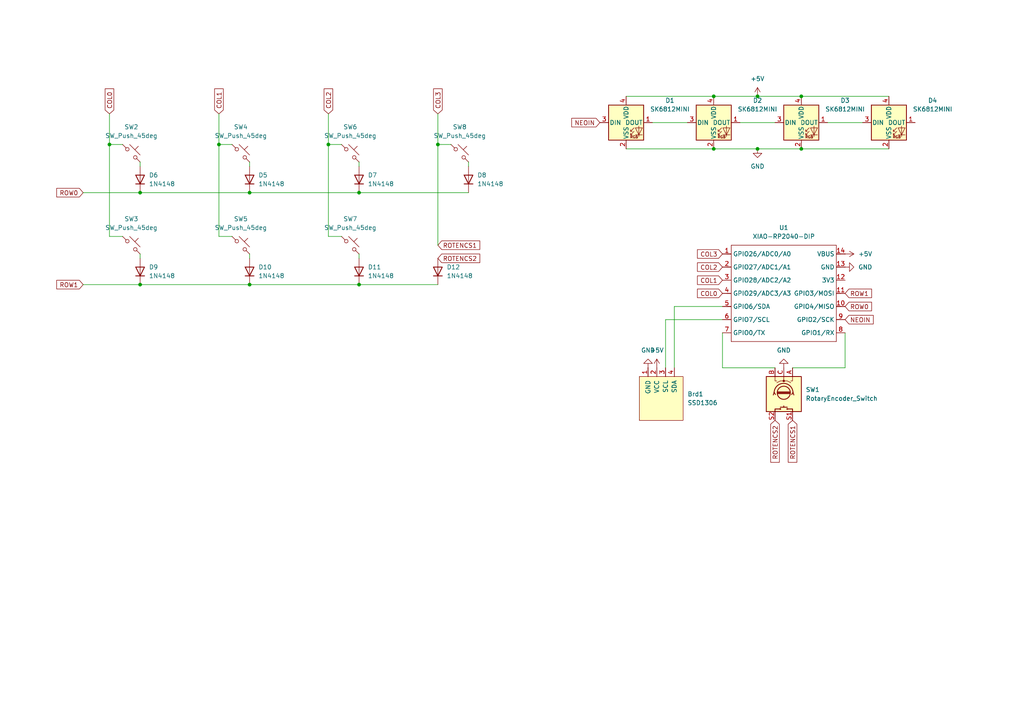
<source format=kicad_sch>
(kicad_sch (version 20250114) (generator "eeschema") (generator_version "9.0")
  (paper "A4")
  (lib_symbols
    (symbol "Device:RotaryEncoder_Switch" (pin_names (offset 0.254) (hide yes))
      (property "Reference" "SW" (at 0 6.604 0))
      (property "Value" "RotaryEncoder_Switch" (at 0 -6.604 0))
      (symbol "RotaryEncoder_Switch_0_1"
        (rectangle (start -5.08 5.08) (end 5.08 -5.08) (stroke (width 0.254)) (fill (type background)))
        (polyline (pts (xy -5.08 2.54) (xy -3.81 2.54) (xy -3.81 2.032)))
        (polyline (pts (xy -5.08 0) (xy -3.81 0) (xy -3.81 -1.016) (xy -3.302 -2.032)))
        (polyline (pts (xy -5.08 -2.54) (xy -3.81 -2.54) (xy -3.81 -2.032)))
        (polyline (pts (xy -4.318 0) (xy -3.81 0) (xy -3.81 1.016) (xy -3.302 2.032)))
        (circle (center -3.81 0) (radius 0.254) (fill (type outline)))
        (polyline (pts (xy -0.635 -1.778) (xy -0.635 1.778)) (stroke (width 0.254)))
        (circle (center -0.381 0) (radius 1.905) (stroke (width 0.254)))
        (polyline (pts (xy -0.381 -1.778) (xy -0.381 1.778)) (stroke (width 0.254)))
        (arc (start -0.381 -2.794) (mid -3.0988 -0.0635) (end -0.381 2.667) (stroke (width 0.254)))
        (polyline (pts (xy -0.127 1.778) (xy -0.127 -1.778)) (stroke (width 0.254)))
        (polyline (pts (xy 0.254 2.921) (xy -0.508 2.667) (xy 0.127 2.286)) (stroke (width 0.254)))
        (polyline (pts (xy 0.254 -3.048) (xy -0.508 -2.794) (xy 0.127 -2.413)) (stroke (width 0.254)))
        (polyline (pts (xy 3.81 1.016) (xy 3.81 -1.016)) (stroke (width 0.254)))
        (polyline (pts (xy 3.81 0) (xy 3.429 0)) (stroke (width 0.254)))
        (circle (center 4.318 1.016) (radius 0.127) (stroke (width 0.254)))
        (circle (center 4.318 -1.016) (radius 0.127) (stroke (width 0.254)))
        (polyline (pts (xy 5.08 2.54) (xy 4.318 2.54) (xy 4.318 1.016)) (stroke (width 0.254)))
        (polyline (pts (xy 5.08 -2.54) (xy 4.318 -2.54) (xy 4.318 -1.016)) (stroke (width 0.254)))
      )
      (symbol "RotaryEncoder_Switch_1_1"
        (pin passive line (at -7.62 2.54 0) (length 2.54) (name "A") (number "A"))
        (pin passive line (at -7.62 0 0) (length 2.54) (name "C") (number "C"))
        (pin passive line (at -7.62 -2.54 0) (length 2.54) (name "B") (number "B"))
        (pin passive line (at 7.62 2.54 180) (length 2.54) (name "S1") (number "S1"))
        (pin passive line (at 7.62 -2.54 180) (length 2.54) (name "S2") (number "S2"))
      )
    )
    (symbol "Diode:1N4148" (pin_numbers (hide yes)) (pin_names (hide yes))
      (property "Reference" "D" (at 0 2.54 0))
      (property "Value" "1N4148" (at 0 -2.54 0))
      (symbol "1N4148_0_1"
        (polyline (pts (xy -1.27 1.27) (xy -1.27 -1.27)) (stroke (width 0.254)))
        (polyline (pts (xy 1.27 1.27) (xy 1.27 -1.27) (xy -1.27 0) (xy 1.27 1.27)) (stroke (width 0.254)))
        (polyline (pts (xy 1.27 0) (xy -1.27 0)))
      )
      (symbol "1N4148_1_1"
        (pin passive line (at -3.81 0 0) (length 2.54) (name "K") (number "1"))
        (pin passive line (at 3.81 0 180) (length 2.54) (name "A") (number "2"))
      )
    )
    (symbol "LED:SK6812MINI" (pin_names (offset 0.254))
      (property "Reference" "D" (at 5.08 5.715 0))
      (property "Value" "SK6812MINI" (at 1.27 -5.715 0))
      (symbol "SK6812MINI_0_0"
        (text "RGB" (at 2.286 -4.191 0) (effects (font (size 0.762 0.762))))
      )
      (symbol "SK6812MINI_0_1"
        (polyline (pts (xy 1.27 -2.54) (xy 1.778 -2.54)))
        (polyline (pts (xy 1.27 -3.556) (xy 1.778 -3.556)))
        (polyline (pts (xy 2.286 -1.524) (xy 1.27 -2.54) (xy 1.27 -2.032)))
        (polyline (pts (xy 2.286 -2.54) (xy 1.27 -3.556) (xy 1.27 -3.048)))
        (polyline (pts (xy 3.683 -1.016) (xy 3.683 -3.556) (xy 3.683 -4.064)))
        (polyline (pts (xy 4.699 -1.524) (xy 2.667 -1.524) (xy 3.683 -3.556) (xy 4.699 -1.524)))
        (polyline (pts (xy 4.699 -3.556) (xy 2.667 -3.556)))
        (rectangle (start 5.08 5.08) (end -5.08 -5.08) (stroke (width 0.254)) (fill (type background)))
      )
      (symbol "SK6812MINI_1_1"
        (pin input line (at -7.62 0 0) (length 2.54) (name "DIN") (number "3"))
        (pin power_in line (at 0 7.62 270) (length 2.54) (name "VDD") (number "4"))
        (pin power_in line (at 0 -7.62 90) (length 2.54) (name "VSS") (number "2"))
        (pin output line (at 7.62 0 180) (length 2.54) (name "DOUT") (number "1"))
      )
    )
    (symbol "OPL Library:XIAO-RP2040-DIP"
      (property "Reference" "U" (at 0 0 0))
      (property "Value" "XIAO-RP2040-DIP" (at 5.334 -1.778 0))
      (symbol "XIAO-RP2040-DIP_1_0"
        (polyline (pts (xy -1.27 -2.54) (xy 29.21 -2.54)) (stroke (width 0.1524)))
        (polyline (pts (xy -1.27 -5.08) (xy -2.54 -5.08)) (stroke (width 0.1524)))
        (polyline (pts (xy -1.27 -5.08) (xy -1.27 -2.54)) (stroke (width 0.1524)))
        (polyline (pts (xy -1.27 -8.89) (xy -2.54 -8.89)) (stroke (width 0.1524)))
        (polyline (pts (xy -1.27 -8.89) (xy -1.27 -5.08)) (stroke (width 0.1524)))
        (polyline (pts (xy -1.27 -12.7) (xy -2.54 -12.7)) (stroke (width 0.1524)))
        (polyline (pts (xy -1.27 -12.7) (xy -1.27 -8.89)) (stroke (width 0.1524)))
        (polyline (pts (xy -1.27 -16.51) (xy -2.54 -16.51)) (stroke (width 0.1524)))
        (polyline (pts (xy -1.27 -16.51) (xy -1.27 -12.7)) (stroke (width 0.1524)))
        (polyline (pts (xy -1.27 -20.32) (xy -2.54 -20.32)) (stroke (width 0.1524)))
        (polyline (pts (xy -1.27 -24.13) (xy -2.54 -24.13)) (stroke (width 0.1524)))
        (polyline (pts (xy -1.27 -27.94) (xy -2.54 -27.94)) (stroke (width 0.1524)))
        (polyline (pts (xy -1.27 -30.48) (xy -1.27 -16.51)) (stroke (width 0.1524)))
        (polyline (pts (xy 29.21 -2.54) (xy 29.21 -5.08)) (stroke (width 0.1524)))
        (polyline (pts (xy 29.21 -5.08) (xy 29.21 -8.89)) (stroke (width 0.1524)))
        (polyline (pts (xy 29.21 -8.89) (xy 29.21 -12.7)) (stroke (width 0.1524)))
        (polyline (pts (xy 29.21 -12.7) (xy 29.21 -30.48)) (stroke (width 0.1524)))
        (polyline (pts (xy 29.21 -30.48) (xy -1.27 -30.48)) (stroke (width 0.1524)))
        (polyline (pts (xy 30.48 -5.08) (xy 29.21 -5.08)) (stroke (width 0.1524)))
        (polyline (pts (xy 30.48 -8.89) (xy 29.21 -8.89)) (stroke (width 0.1524)))
        (polyline (pts (xy 30.48 -12.7) (xy 29.21 -12.7)) (stroke (width 0.1524)))
        (polyline (pts (xy 30.48 -16.51) (xy 29.21 -16.51)) (stroke (width 0.1524)))
        (polyline (pts (xy 30.48 -20.32) (xy 29.21 -20.32)) (stroke (width 0.1524)))
        (polyline (pts (xy 30.48 -24.13) (xy 29.21 -24.13)) (stroke (width 0.1524)))
        (polyline (pts (xy 30.48 -27.94) (xy 29.21 -27.94)) (stroke (width 0.1524)))
        (pin passive line (at -3.81 -5.08 0) (length 2.54) (name "GPIO26/ADC0/A0") (number "1"))
        (pin passive line (at -3.81 -8.89 0) (length 2.54) (name "GPIO27/ADC1/A1") (number "2"))
        (pin passive line (at -3.81 -12.7 0) (length 2.54) (name "GPIO28/ADC2/A2") (number "3"))
        (pin passive line (at -3.81 -16.51 0) (length 2.54) (name "GPIO29/ADC3/A3") (number "4"))
        (pin passive line (at -3.81 -20.32 0) (length 2.54) (name "GPIO6/SDA") (number "5"))
        (pin passive line (at -3.81 -24.13 0) (length 2.54) (name "GPIO7/SCL") (number "6"))
        (pin passive line (at -3.81 -27.94 0) (length 2.54) (name "GPIO0/TX") (number "7"))
        (pin passive line (at 31.75 -5.08 180) (length 2.54) (name "VBUS") (number "14"))
        (pin passive line (at 31.75 -8.89 180) (length 2.54) (name "GND") (number "13"))
        (pin passive line (at 31.75 -12.7 180) (length 2.54) (name "3V3") (number "12"))
        (pin passive line (at 31.75 -16.51 180) (length 2.54) (name "GPIO3/MOSI") (number "11"))
        (pin passive line (at 31.75 -20.32 180) (length 2.54) (name "GPIO4/MISO") (number "10"))
        (pin passive line (at 31.75 -24.13 180) (length 2.54) (name "GPIO2/SCK") (number "9"))
        (pin passive line (at 31.75 -27.94 180) (length 2.54) (name "GPIO1/RX") (number "8"))
      )
    )
    (symbol "SSD1306-128x64_OLED:SSD1306" (pin_names (offset 1.016))
      (property "Reference" "Brd" (at 0 -3.81 0))
      (property "Value" "SSD1306" (at 0 -1.27 0))
      (symbol "SSD1306_0_1"
        (rectangle (start -6.35 6.35) (end 6.35 -6.35) (fill (type background)))
      )
      (symbol "SSD1306_1_1"
        (pin input line (at -3.81 8.89 270) (length 2.54) (name "GND") (number "1"))
        (pin input line (at -1.27 8.89 270) (length 2.54) (name "VCC") (number "2"))
        (pin input line (at 1.27 8.89 270) (length 2.54) (name "SCL") (number "3"))
        (pin input line (at 3.81 8.89 270) (length 2.54) (name "SDA") (number "4"))
      )
    )
    (symbol "Switch:SW_Push_45deg" (pin_numbers (hide yes)) (pin_names (offset 1.016) (hide yes))
      (property "Reference" "SW" (at 3.048 1.016 0))
      (property "Value" "SW_Push_45deg" (at 0 -3.81 0))
      (symbol "SW_Push_45deg_0_1"
        (polyline (pts (xy -2.54 2.54) (xy -1.524 1.524) (xy -1.524 1.524)))
        (circle (center -1.1684 1.1684) (radius 0.508))
        (polyline (pts (xy -0.508 2.54) (xy 2.54 -0.508)))
        (polyline (pts (xy 1.016 1.016) (xy 2.032 2.032)))
        (circle (center 1.143 -1.1938) (radius 0.508))
        (polyline (pts (xy 1.524 -1.524) (xy 2.54 -2.54) (xy 2.54 -2.54) (xy 2.54 -2.54)))
        (pin passive line (at -2.54 2.54 0) (length 0) (name "1") (number "1"))
        (pin passive line (at 2.54 -2.54 180) (length 0) (name "2") (number "2"))
      )
    )
    (symbol "power:+5V" (power) (pin_numbers (hide yes)) (pin_names (offset 0) (hide yes))
      (property "Value" "+5V" (at 0 3.556 0))
      (symbol "+5V_0_1"
        (polyline (pts (xy -0.762 1.27) (xy 0 2.54)))
        (polyline (pts (xy 0 2.54) (xy 0.762 1.27)))
        (polyline (pts (xy 0 0) (xy 0 2.54)))
      )
      (symbol "+5V_1_1"
        (pin power_in line (at 0 0 90) (length 0) (name "~") (number "1"))
      )
    )
    (symbol "power:GND" (power) (pin_numbers (hide yes)) (pin_names (offset 0) (hide yes))
      (property "Value" "GND" (at 0 -3.81 0))
      (symbol "GND_0_1"
        (polyline (pts (xy 0 0) (xy 0 -1.27) (xy 1.27 -1.27) (xy 0 -2.54) (xy -1.27 -1.27) (xy 0 -1.27)))
      )
      (symbol "GND_1_1"
        (pin power_in line (at 0 0 270) (length 0) (name "~") (number "1"))
      )
    )
  )
  (junction (at 207.01 27.94))
  (junction (at 127 41.91))
  (junction (at 104.14 82.55))
  (junction (at 95.25 41.91))
  (junction (at 104.14 55.88))
  (junction (at 40.64 55.88))
  (junction (at 219.71 43.18))
  (junction (at 232.41 27.94))
  (junction (at 219.71 27.94))
  (junction (at 31.75 41.91))
  (junction (at 40.64 82.55))
  (junction (at 207.01 43.18))
  (junction (at 232.41 43.18))
  (junction (at 72.39 55.88))
  (junction (at 72.39 82.55))
  (junction (at 63.5 41.91))
  (wire (pts (xy 209.55 106.68) (xy 209.55 96.52)))
  (wire (pts (xy 40.64 82.55) (xy 72.39 82.55)))
  (wire (pts (xy 195.58 106.68) (xy 195.58 88.9)))
  (wire (pts (xy 72.39 55.88) (xy 104.14 55.88)))
  (wire (pts (xy 127 33.02) (xy 127 41.91)))
  (wire (pts (xy 127 41.91) (xy 127 71.12)))
  (wire (pts (xy 193.04 106.68) (xy 193.04 92.71)))
  (wire (pts (xy 31.75 33.02) (xy 31.75 41.91)))
  (wire (pts (xy 99.06 68.58) (xy 95.25 68.58)))
  (wire (pts (xy 104.14 55.88) (xy 135.89 55.88)))
  (wire (pts (xy 40.64 46.99) (xy 40.64 48.26)))
  (wire (pts (xy 95.25 68.58) (xy 95.25 41.91)))
  (wire (pts (xy 195.58 88.9) (xy 209.55 88.9)))
  (wire (pts (xy 63.5 68.58) (xy 67.31 68.58)))
  (wire (pts (xy 135.89 46.99) (xy 135.89 48.26)))
  (wire (pts (xy 240.03 35.56) (xy 250.19 35.56)))
  (wire (pts (xy 40.64 55.88) (xy 72.39 55.88)))
  (wire (pts (xy 63.5 33.02) (xy 63.5 41.91)))
  (wire (pts (xy 130.81 41.91) (xy 127 41.91)))
  (wire (pts (xy 245.11 106.68) (xy 245.11 96.52)))
  (wire (pts (xy 104.14 46.99) (xy 104.14 48.26)))
  (wire (pts (xy 224.79 106.68) (xy 209.55 106.68)))
  (wire (pts (xy 72.39 73.66) (xy 72.39 74.93)))
  (wire (pts (xy 40.64 73.66) (xy 40.64 74.93)))
  (wire (pts (xy 207.01 43.18) (xy 219.71 43.18)))
  (wire (pts (xy 104.14 73.66) (xy 104.14 74.93)))
  (wire (pts (xy 24.13 82.55) (xy 40.64 82.55)))
  (wire (pts (xy 214.63 35.56) (xy 224.79 35.56)))
  (wire (pts (xy 72.39 82.55) (xy 104.14 82.55)))
  (wire (pts (xy 63.5 41.91) (xy 63.5 68.58)))
  (wire (pts (xy 219.71 43.18) (xy 232.41 43.18)))
  (wire (pts (xy 229.87 106.68) (xy 245.11 106.68)))
  (wire (pts (xy 72.39 46.99) (xy 72.39 48.26)))
  (wire (pts (xy 232.41 43.18) (xy 257.81 43.18)))
  (wire (pts (xy 181.61 43.18) (xy 207.01 43.18)))
  (wire (pts (xy 181.61 27.94) (xy 207.01 27.94)))
  (wire (pts (xy 219.71 27.94) (xy 232.41 27.94)))
  (wire (pts (xy 232.41 27.94) (xy 257.81 27.94)))
  (wire (pts (xy 31.75 68.58) (xy 31.75 41.91)))
  (wire (pts (xy 193.04 92.71) (xy 209.55 92.71)))
  (wire (pts (xy 35.56 68.58) (xy 31.75 68.58)))
  (wire (pts (xy 104.14 82.55) (xy 127 82.55)))
  (wire (pts (xy 67.31 41.91) (xy 63.5 41.91)))
  (wire (pts (xy 95.25 33.02) (xy 95.25 41.91)))
  (wire (pts (xy 31.75 41.91) (xy 35.56 41.91)))
  (wire (pts (xy 207.01 27.94) (xy 219.71 27.94)))
  (wire (pts (xy 24.13 55.88) (xy 40.64 55.88)))
  (wire (pts (xy 95.25 41.91) (xy 99.06 41.91)))
  (wire (pts (xy 189.23 35.56) (xy 199.39 35.56)))
  (global_label "COL2" (shape input) (at 209.55 77.47 180) (property "Intersheetrefs" "${INTERSHEET_REFS}" (effects (hide yes))))
  (global_label "ROW0" (shape input) (at 24.13 55.88 180) (property "Intersheetrefs" "${INTERSHEET_REFS}" (effects (hide yes))))
  (global_label "NEOIN" (shape input) (at 245.11 92.71 0) (property "Intersheetrefs" "${INTERSHEET_REFS}" (effects (hide yes))))
  (global_label "ROTENCS1" (shape input) (at 127 71.12 0) (property "Intersheetrefs" "${INTERSHEET_REFS}" (effects (hide yes))))
  (global_label "COL0" (shape input) (at 31.75 33.02 90) (property "Intersheetrefs" "${INTERSHEET_REFS}" (effects (hide yes))))
  (global_label "ROW0" (shape input) (at 245.11 88.9 0) (property "Intersheetrefs" "${INTERSHEET_REFS}" (effects (hide yes))))
  (global_label "COL3" (shape input) (at 127 33.02 90) (property "Intersheetrefs" "${INTERSHEET_REFS}" (effects (hide yes))))
  (global_label "ROTENCS2" (shape input) (at 127 74.93 0) (property "Intersheetrefs" "${INTERSHEET_REFS}" (effects (hide yes))))
  (global_label "COL1" (shape input) (at 209.55 81.28 180) (property "Intersheetrefs" "${INTERSHEET_REFS}" (effects (hide yes))))
  (global_label "COL3" (shape input) (at 209.55 73.66 180) (property "Intersheetrefs" "${INTERSHEET_REFS}" (effects (hide yes))))
  (global_label "ROW1" (shape input) (at 24.13 82.55 180) (property "Intersheetrefs" "${INTERSHEET_REFS}" (effects (hide yes))))
  (global_label "ROTENCS1" (shape input) (at 229.87 121.92 270) (property "Intersheetrefs" "${INTERSHEET_REFS}" (effects (hide yes))))
  (global_label "COL1" (shape input) (at 63.5 33.02 90) (property "Intersheetrefs" "${INTERSHEET_REFS}" (effects (hide yes))))
  (global_label "ROTENCS2" (shape input) (at 224.79 121.92 270) (property "Intersheetrefs" "${INTERSHEET_REFS}" (effects (hide yes))))
  (global_label "COL2" (shape input) (at 95.25 33.02 90) (property "Intersheetrefs" "${INTERSHEET_REFS}" (effects (hide yes))))
  (global_label "COL0" (shape input) (at 209.55 85.09 180) (property "Intersheetrefs" "${INTERSHEET_REFS}" (effects (hide yes))))
  (global_label "NEOIN" (shape input) (at 173.99 35.56 180) (property "Intersheetrefs" "${INTERSHEET_REFS}" (effects (hide yes))))
  (global_label "ROW1" (shape input) (at 245.11 85.09 0) (property "Intersheetrefs" "${INTERSHEET_REFS}" (effects (hide yes))))
  (symbol (lib_id "power:+5V") (at 245.11 73.66 270) (unit 1)
    (property "Reference" "#PWR01" (effects (hide yes)))
    (property "Value" "+5V" (at 248.92 73.6599 90) (effects (justify left)))
    (property "Description" "Power symbol creates a global label with name \"+5V\"" (effects (hide yes)))
  )
  (symbol (lib_id "Device:RotaryEncoder_Switch") (at 227.33 114.3 270) (unit 1)
    (property "Reference" "SW1" (at 233.68 113.0299 90) (effects (justify left)))
    (property "Value" "RotaryEncoder_Switch" (at 233.68 115.5699 90) (effects (justify left)))
    (property "Footprint" "Rotary_Encoder:RotaryEncoder_Alps_EC11E-Switch_Vertical_H20mm" (effects (hide yes)))
    (property "Datasheet" "https://mm.digikey.com/Volume0/opasdata/d220001/medias/docus/6727/alps_alps-s-a0008379064-1-1733314-1-13.pdf" (effects (hide yes)))
    (property "Description" "Rotary encoder, dual channel, incremental quadrate outputs, with switch" (effects (hide yes)))
  )
  (symbol (lib_id "power:GND") (at 245.11 77.47 90) (unit 1)
    (property "Reference" "#PWR03" (effects (hide yes)))
    (property "Value" "GND" (at 248.92 77.4699 90) (effects (justify right)))
    (property "Description" "Power symbol creates a global label with name \"GND\" , ground" (effects (hide yes)))
  )
  (symbol (lib_id "Diode:1N4148") (at 40.64 52.07 90) (unit 1)
    (property "Reference" "D6" (at 43.18 50.7999 90) (effects (justify right)))
    (property "Value" "1N4148" (at 43.18 53.3399 90) (effects (justify right)))
    (property "Footprint" "Diode_THT:D_DO-35_SOD27_P7.62mm_Horizontal" (effects (hide yes)))
    (property "Datasheet" "https://assets.nexperia.com/documents/data-sheet/1N4148_1N4448.pdf" (effects (hide yes)))
    (property "Description" "100V 0.15A standard switching diode, DO-35" (effects (hide yes)))
    (property "Sim.Device" "D" (effects (hide yes)))
    (property "Sim.Pins" "1=K 2=A" (effects (hide yes)))
  )
  (symbol (lib_id "power:GND") (at 227.33 106.68 180) (unit 1)
    (property "Reference" "#PWR07" (effects (hide yes)))
    (property "Value" "GND" (at 227.33 101.6 0))
    (property "Description" "Power symbol creates a global label with name \"GND\" , ground" (effects (hide yes)))
  )
  (symbol (lib_id "Switch:SW_Push_45deg") (at 38.1 71.12 0) (unit 1)
    (property "Reference" "SW3" (at 38.1 63.5 0))
    (property "Value" "SW_Push_45deg" (at 38.1 66.04 0))
    (property "Footprint" "Button_Switch_Keyboard:SW_Cherry_MX_1.00u_PCB" (effects (hide yes)))
    (property "Description" "Push button switch, normally open, two pins, 45° tilted" (effects (hide yes)))
  )
  (symbol (lib_id "LED:SK6812MINI") (at 181.61 35.56 0) (unit 1)
    (property "Reference" "D1" (at 194.31 29.1398 0))
    (property "Value" "SK6812MINI" (at 194.31 31.6798 0))
    (property "Footprint" "LED_SMD:LED_SK6812MINI_PLCC4_3.5x3.5mm_P1.75mm" (effects (hide yes)))
    (property "Datasheet" "https://cdn-shop.adafruit.com/product-files/2686/SK6812MINI_REV.01-1-2.pdf" (effects (hide yes)))
    (property "Description" "RGB LED with integrated controller" (effects (hide yes)))
  )
  (symbol (lib_id "LED:SK6812MINI") (at 232.41 35.56 0) (unit 1)
    (property "Reference" "D3" (at 245.11 29.1398 0))
    (property "Value" "SK6812MINI" (at 245.11 31.6798 0))
    (property "Footprint" "LED_SMD:LED_SK6812MINI_PLCC4_3.5x3.5mm_P1.75mm" (effects (hide yes)))
    (property "Datasheet" "https://cdn-shop.adafruit.com/product-files/2686/SK6812MINI_REV.01-1-2.pdf" (effects (hide yes)))
    (property "Description" "RGB LED with integrated controller" (effects (hide yes)))
  )
  (symbol (lib_id "Switch:SW_Push_45deg") (at 101.6 44.45 0) (unit 1)
    (property "Reference" "SW6" (at 101.6 36.83 0))
    (property "Value" "SW_Push_45deg" (at 101.6 39.37 0))
    (property "Footprint" "Button_Switch_Keyboard:SW_Cherry_MX_1.00u_PCB" (effects (hide yes)))
    (property "Description" "Push button switch, normally open, two pins, 45° tilted" (effects (hide yes)))
  )
  (symbol (lib_id "Diode:1N4148") (at 72.39 78.74 90) (unit 1)
    (property "Reference" "D10" (at 74.93 77.4699 90) (effects (justify right)))
    (property "Value" "1N4148" (at 74.93 80.0099 90) (effects (justify right)))
    (property "Footprint" "Diode_THT:D_DO-35_SOD27_P7.62mm_Horizontal" (effects (hide yes)))
    (property "Datasheet" "https://assets.nexperia.com/documents/data-sheet/1N4148_1N4448.pdf" (effects (hide yes)))
    (property "Description" "100V 0.15A standard switching diode, DO-35" (effects (hide yes)))
    (property "Sim.Device" "D" (effects (hide yes)))
    (property "Sim.Pins" "1=K 2=A" (effects (hide yes)))
  )
  (symbol (lib_id "Diode:1N4148") (at 127 78.74 90) (unit 1)
    (property "Reference" "D12" (at 129.54 77.4699 90) (effects (justify right)))
    (property "Value" "1N4148" (at 129.54 80.0099 90) (effects (justify right)))
    (property "Footprint" "Diode_THT:D_DO-35_SOD27_P7.62mm_Horizontal" (effects (hide yes)))
    (property "Datasheet" "https://assets.nexperia.com/documents/data-sheet/1N4148_1N4448.pdf" (effects (hide yes)))
    (property "Description" "100V 0.15A standard switching diode, DO-35" (effects (hide yes)))
    (property "Sim.Device" "D" (effects (hide yes)))
    (property "Sim.Pins" "1=K 2=A" (effects (hide yes)))
  )
  (symbol (lib_id "Switch:SW_Push_45deg") (at 101.6 71.12 0) (unit 1)
    (property "Reference" "SW7" (at 101.6 63.5 0))
    (property "Value" "SW_Push_45deg" (at 101.6 66.04 0))
    (property "Footprint" "Button_Switch_Keyboard:SW_Cherry_MX_1.00u_PCB" (effects (hide yes)))
    (property "Description" "Push button switch, normally open, two pins, 45° tilted" (effects (hide yes)))
  )
  (symbol (lib_id "LED:SK6812MINI") (at 257.81 35.56 0) (unit 1)
    (property "Reference" "D4" (at 270.51 29.1398 0))
    (property "Value" "SK6812MINI" (at 270.51 31.6798 0))
    (property "Footprint" "LED_SMD:LED_SK6812MINI_PLCC4_3.5x3.5mm_P1.75mm" (effects (hide yes)))
    (property "Datasheet" "https://cdn-shop.adafruit.com/product-files/2686/SK6812MINI_REV.01-1-2.pdf" (effects (hide yes)))
    (property "Description" "RGB LED with integrated controller" (effects (hide yes)))
  )
  (symbol (lib_id "OPL Library:XIAO-RP2040-DIP") (at 213.36 68.58 0) (unit 1)
    (property "Reference" "U1" (at 227.33 66.04 0))
    (property "Value" "XIAO-RP2040-DIP" (at 227.33 68.58 0))
    (property "Footprint" "Seeed Studio XIAO Series Library:XIAO-RP2040-DIP" (effects (hide yes)))
    (property "Datasheet" "https://files.seeedstudio.com/wiki/XIAO-RP2040/res/rp2040_datasheet.pdf" (effects (hide yes)))
  )
  (symbol (lib_id "Switch:SW_Push_45deg") (at 38.1 44.45 0) (unit 1)
    (property "Reference" "SW2" (at 38.1 36.83 0))
    (property "Value" "SW_Push_45deg" (at 38.1 39.37 0))
    (property "Footprint" "Button_Switch_Keyboard:SW_Cherry_MX_1.00u_PCB" (effects (hide yes)))
    (property "Description" "Push button switch, normally open, two pins, 45° tilted" (effects (hide yes)))
  )
  (symbol (lib_id "Switch:SW_Push_45deg") (at 69.85 44.45 0) (unit 1)
    (property "Reference" "SW4" (at 69.85 36.83 0))
    (property "Value" "SW_Push_45deg" (at 69.85 39.37 0))
    (property "Footprint" "Button_Switch_Keyboard:SW_Cherry_MX_1.00u_PCB" (effects (hide yes)))
    (property "Description" "Push button switch, normally open, two pins, 45° tilted" (effects (hide yes)))
  )
  (symbol (lib_id "Switch:SW_Push_45deg") (at 133.35 44.45 0) (unit 1)
    (property "Reference" "SW8" (at 133.35 36.83 0))
    (property "Value" "SW_Push_45deg" (at 133.35 39.37 0))
    (property "Footprint" "Button_Switch_Keyboard:SW_Cherry_MX_1.00u_PCB" (effects (hide yes)))
    (property "Description" "Push button switch, normally open, two pins, 45° tilted" (effects (hide yes)))
  )
  (symbol (lib_id "Diode:1N4148") (at 135.89 52.07 90) (unit 1)
    (property "Reference" "D8" (at 138.43 50.7999 90) (effects (justify right)))
    (property "Value" "1N4148" (at 138.43 53.3399 90) (effects (justify right)))
    (property "Footprint" "Diode_THT:D_DO-35_SOD27_P7.62mm_Horizontal" (effects (hide yes)))
    (property "Datasheet" "https://assets.nexperia.com/documents/data-sheet/1N4148_1N4448.pdf" (effects (hide yes)))
    (property "Description" "100V 0.15A standard switching diode, DO-35" (effects (hide yes)))
    (property "Sim.Device" "D" (effects (hide yes)))
    (property "Sim.Pins" "1=K 2=A" (effects (hide yes)))
  )
  (symbol (lib_id "power:+5V") (at 219.71 27.94 0) (unit 1)
    (property "Reference" "#PWR05" (effects (hide yes)))
    (property "Value" "+5V" (at 219.71 22.86 0))
    (property "Description" "Power symbol creates a global label with name \"+5V\"" (effects (hide yes)))
  )
  (symbol (lib_id "power:GND") (at 187.96 106.68 180) (unit 1)
    (property "Reference" "#PWR02" (effects (hide yes)))
    (property "Value" "GND" (at 187.96 101.6 0))
    (property "Description" "Power symbol creates a global label with name \"GND\" , ground" (effects (hide yes)))
  )
  (symbol (lib_id "power:+5V") (at 190.5 106.68 0) (unit 1)
    (property "Reference" "#PWR04" (effects (hide yes)))
    (property "Value" "+5V" (at 190.5 101.6 0))
    (property "Description" "Power symbol creates a global label with name \"+5V\"" (effects (hide yes)))
  )
  (symbol (lib_id "SSD1306-128x64_OLED:SSD1306") (at 191.77 115.57 0) (unit 1)
    (property "Reference" "Brd1" (at 199.39 114.2999 0) (effects (justify left)))
    (property "Value" "SSD1306" (at 199.39 116.8399 0) (effects (justify left)))
    (property "Footprint" "KiCad-SSD1306-0.91-OLED-4pin-128x32:SSD1306-0.91-OLED-4pin-128x32" (effects (hide yes)))
    (property "Datasheet" "https://www.buydisplay.com/download/manual/ER-OLEDM0.91-1_Datasheet.pdf" (effects (hide yes)))
    (property "Description" "SSD1306 OLED" (effects (hide yes)))
  )
  (symbol (lib_id "Diode:1N4148") (at 104.14 78.74 90) (unit 1)
    (property "Reference" "D11" (at 106.68 77.4699 90) (effects (justify right)))
    (property "Value" "1N4148" (at 106.68 80.0099 90) (effects (justify right)))
    (property "Footprint" "Diode_THT:D_DO-35_SOD27_P7.62mm_Horizontal" (effects (hide yes)))
    (property "Datasheet" "https://assets.nexperia.com/documents/data-sheet/1N4148_1N4448.pdf" (effects (hide yes)))
    (property "Description" "100V 0.15A standard switching diode, DO-35" (effects (hide yes)))
    (property "Sim.Device" "D" (effects (hide yes)))
    (property "Sim.Pins" "1=K 2=A" (effects (hide yes)))
  )
  (symbol (lib_id "power:GND") (at 219.71 43.18 0) (unit 1)
    (property "Reference" "#PWR06" (effects (hide yes)))
    (property "Value" "GND" (at 219.71 48.26 0))
    (property "Description" "Power symbol creates a global label with name \"GND\" , ground" (effects (hide yes)))
  )
  (symbol (lib_id "Diode:1N4148") (at 40.64 78.74 90) (unit 1)
    (property "Reference" "D9" (at 43.18 77.4699 90) (effects (justify right)))
    (property "Value" "1N4148" (at 43.18 80.0099 90) (effects (justify right)))
    (property "Footprint" "Diode_THT:D_DO-35_SOD27_P7.62mm_Horizontal" (effects (hide yes)))
    (property "Datasheet" "https://assets.nexperia.com/documents/data-sheet/1N4148_1N4448.pdf" (effects (hide yes)))
    (property "Description" "100V 0.15A standard switching diode, DO-35" (effects (hide yes)))
    (property "Sim.Device" "D" (effects (hide yes)))
    (property "Sim.Pins" "1=K 2=A" (effects (hide yes)))
  )
  (symbol (lib_id "Diode:1N4148") (at 72.39 52.07 90) (unit 1)
    (property "Reference" "D5" (at 74.93 50.7999 90) (effects (justify right)))
    (property "Value" "1N4148" (at 74.93 53.3399 90) (effects (justify right)))
    (property "Footprint" "Diode_THT:D_DO-35_SOD27_P7.62mm_Horizontal" (effects (hide yes)))
    (property "Datasheet" "https://assets.nexperia.com/documents/data-sheet/1N4148_1N4448.pdf" (effects (hide yes)))
    (property "Description" "100V 0.15A standard switching diode, DO-35" (effects (hide yes)))
    (property "Sim.Device" "D" (effects (hide yes)))
    (property "Sim.Pins" "1=K 2=A" (effects (hide yes)))
  )
  (symbol (lib_id "Switch:SW_Push_45deg") (at 69.85 71.12 0) (unit 1)
    (property "Reference" "SW5" (at 69.85 63.5 0))
    (property "Value" "SW_Push_45deg" (at 69.85 66.04 0))
    (property "Footprint" "Button_Switch_Keyboard:SW_Cherry_MX_1.00u_PCB" (effects (hide yes)))
    (property "Description" "Push button switch, normally open, two pins, 45° tilted" (effects (hide yes)))
  )
  (symbol (lib_id "LED:SK6812MINI") (at 207.01 35.56 0) (unit 1)
    (property "Reference" "D2" (at 219.71 29.1398 0))
    (property "Value" "SK6812MINI" (at 219.71 31.6798 0))
    (property "Footprint" "LED_SMD:LED_SK6812MINI_PLCC4_3.5x3.5mm_P1.75mm" (effects (hide yes)))
    (property "Datasheet" "https://cdn-shop.adafruit.com/product-files/2686/SK6812MINI_REV.01-1-2.pdf" (effects (hide yes)))
    (property "Description" "RGB LED with integrated controller" (effects (hide yes)))
  )
  (symbol (lib_id "Diode:1N4148") (at 104.14 52.07 90) (unit 1)
    (property "Reference" "D7" (at 106.68 50.7999 90) (effects (justify right)))
    (property "Value" "1N4148" (at 106.68 53.3399 90) (effects (justify right)))
    (property "Footprint" "Diode_THT:D_DO-35_SOD27_P7.62mm_Horizontal" (effects (hide yes)))
    (property "Datasheet" "https://assets.nexperia.com/documents/data-sheet/1N4148_1N4448.pdf" (effects (hide yes)))
    (property "Description" "100V 0.15A standard switching diode, DO-35" (effects (hide yes)))
    (property "Sim.Device" "D" (effects (hide yes)))
    (property "Sim.Pins" "1=K 2=A" (effects (hide yes)))
  )
)
</source>
